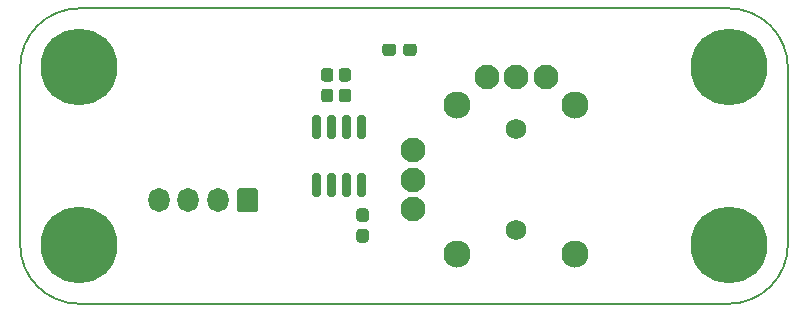
<source format=gbr>
%TF.GenerationSoftware,KiCad,Pcbnew,(5.1.6)-1*%
%TF.CreationDate,2021-04-13T16:40:33+02:00*%
%TF.ProjectId,11_Joystick,31315f4a-6f79-4737-9469-636b2e6b6963,rev?*%
%TF.SameCoordinates,Original*%
%TF.FileFunction,Soldermask,Top*%
%TF.FilePolarity,Negative*%
%FSLAX46Y46*%
G04 Gerber Fmt 4.6, Leading zero omitted, Abs format (unit mm)*
G04 Created by KiCad (PCBNEW (5.1.6)-1) date 2021-04-13 16:40:33*
%MOMM*%
%LPD*%
G01*
G04 APERTURE LIST*
%TA.AperFunction,Profile*%
%ADD10C,0.150000*%
%TD*%
%ADD11C,1.750000*%
%ADD12C,2.300000*%
%ADD13C,2.100000*%
%ADD14C,0.900000*%
%ADD15C,6.500000*%
%ADD16O,1.800000X2.050000*%
G04 APERTURE END LIST*
D10*
X140000000Y-130000000D02*
X195000000Y-130000000D01*
X195000000Y-130000000D02*
G75*
G02*
X200000000Y-135000000I0J-5000000D01*
G01*
X200000000Y-150000000D02*
G75*
G02*
X195000000Y-155000000I-5000000J0D01*
G01*
X140000000Y-155000000D02*
G75*
G02*
X135000000Y-150000000I0J5000000D01*
G01*
X135000000Y-135000000D02*
G75*
G02*
X140000000Y-130000000I5000000J0D01*
G01*
X135000000Y-150000000D02*
X135000000Y-135000000D01*
X195000000Y-155000000D02*
X140000000Y-155000000D01*
X200000000Y-135000000D02*
X200000000Y-150000000D01*
D11*
%TO.C,U2*%
X177000000Y-148800000D03*
X177000000Y-140200000D03*
D12*
X172000000Y-138175000D03*
X172000000Y-150825000D03*
X182000000Y-150825000D03*
X182000000Y-138175000D03*
D13*
X179500000Y-135770000D03*
X177000000Y-135770000D03*
X174500000Y-135770000D03*
X168270000Y-147000000D03*
X168270000Y-142000000D03*
X168270000Y-144500000D03*
%TD*%
D14*
%TO.C,H3*%
X196697056Y-148302944D03*
X195000000Y-147600000D03*
X193302944Y-148302944D03*
X192600000Y-150000000D03*
X193302944Y-151697056D03*
X195000000Y-152400000D03*
X196697056Y-151697056D03*
X197400000Y-150000000D03*
D15*
X195000000Y-150000000D03*
%TD*%
D14*
%TO.C,H1*%
X141697056Y-133302944D03*
X140000000Y-132600000D03*
X138302944Y-133302944D03*
X137600000Y-135000000D03*
X138302944Y-136697056D03*
X140000000Y-137400000D03*
X141697056Y-136697056D03*
X142400000Y-135000000D03*
D15*
X140000000Y-135000000D03*
%TD*%
D14*
%TO.C,H2*%
X196697056Y-133302944D03*
X195000000Y-132600000D03*
X193302944Y-133302944D03*
X192600000Y-135000000D03*
X193302944Y-136697056D03*
X195000000Y-137400000D03*
X196697056Y-136697056D03*
X197400000Y-135000000D03*
D15*
X195000000Y-135000000D03*
%TD*%
D14*
%TO.C,H4*%
X141697056Y-148302944D03*
X140000000Y-147600000D03*
X138302944Y-148302944D03*
X137600000Y-150000000D03*
X138302944Y-151697056D03*
X140000000Y-152400000D03*
X141697056Y-151697056D03*
X142400000Y-150000000D03*
D15*
X140000000Y-150000000D03*
%TD*%
%TO.C,C1*%
G36*
G01*
X161262500Y-137950000D02*
X160737500Y-137950000D01*
G75*
G02*
X160475000Y-137687500I0J262500D01*
G01*
X160475000Y-137062500D01*
G75*
G02*
X160737500Y-136800000I262500J0D01*
G01*
X161262500Y-136800000D01*
G75*
G02*
X161525000Y-137062500I0J-262500D01*
G01*
X161525000Y-137687500D01*
G75*
G02*
X161262500Y-137950000I-262500J0D01*
G01*
G37*
G36*
G01*
X161262500Y-136200000D02*
X160737500Y-136200000D01*
G75*
G02*
X160475000Y-135937500I0J262500D01*
G01*
X160475000Y-135312500D01*
G75*
G02*
X160737500Y-135050000I262500J0D01*
G01*
X161262500Y-135050000D01*
G75*
G02*
X161525000Y-135312500I0J-262500D01*
G01*
X161525000Y-135937500D01*
G75*
G02*
X161262500Y-136200000I-262500J0D01*
G01*
G37*
%TD*%
%TO.C,J1*%
G36*
G01*
X155150000Y-145489706D02*
X155150000Y-147010294D01*
G75*
G02*
X154885294Y-147275000I-264706J0D01*
G01*
X153614706Y-147275000D01*
G75*
G02*
X153350000Y-147010294I0J264706D01*
G01*
X153350000Y-145489706D01*
G75*
G02*
X153614706Y-145225000I264706J0D01*
G01*
X154885294Y-145225000D01*
G75*
G02*
X155150000Y-145489706I0J-264706D01*
G01*
G37*
D16*
X151750000Y-146250000D03*
X149250000Y-146250000D03*
X146750000Y-146250000D03*
%TD*%
%TO.C,R1*%
G36*
G01*
X162237500Y-135050000D02*
X162762500Y-135050000D01*
G75*
G02*
X163025000Y-135312500I0J-262500D01*
G01*
X163025000Y-135937500D01*
G75*
G02*
X162762500Y-136200000I-262500J0D01*
G01*
X162237500Y-136200000D01*
G75*
G02*
X161975000Y-135937500I0J262500D01*
G01*
X161975000Y-135312500D01*
G75*
G02*
X162237500Y-135050000I262500J0D01*
G01*
G37*
G36*
G01*
X162237500Y-136800000D02*
X162762500Y-136800000D01*
G75*
G02*
X163025000Y-137062500I0J-262500D01*
G01*
X163025000Y-137687500D01*
G75*
G02*
X162762500Y-137950000I-262500J0D01*
G01*
X162237500Y-137950000D01*
G75*
G02*
X161975000Y-137687500I0J262500D01*
G01*
X161975000Y-137062500D01*
G75*
G02*
X162237500Y-136800000I262500J0D01*
G01*
G37*
%TD*%
%TO.C,R2*%
G36*
G01*
X165675000Y-133762500D02*
X165675000Y-133237500D01*
G75*
G02*
X165937500Y-132975000I262500J0D01*
G01*
X166562500Y-132975000D01*
G75*
G02*
X166825000Y-133237500I0J-262500D01*
G01*
X166825000Y-133762500D01*
G75*
G02*
X166562500Y-134025000I-262500J0D01*
G01*
X165937500Y-134025000D01*
G75*
G02*
X165675000Y-133762500I0J262500D01*
G01*
G37*
G36*
G01*
X167425000Y-133762500D02*
X167425000Y-133237500D01*
G75*
G02*
X167687500Y-132975000I262500J0D01*
G01*
X168312500Y-132975000D01*
G75*
G02*
X168575000Y-133237500I0J-262500D01*
G01*
X168575000Y-133762500D01*
G75*
G02*
X168312500Y-134025000I-262500J0D01*
G01*
X167687500Y-134025000D01*
G75*
G02*
X167425000Y-133762500I0J262500D01*
G01*
G37*
%TD*%
%TO.C,R3*%
G36*
G01*
X164262500Y-148075000D02*
X163737500Y-148075000D01*
G75*
G02*
X163475000Y-147812500I0J262500D01*
G01*
X163475000Y-147187500D01*
G75*
G02*
X163737500Y-146925000I262500J0D01*
G01*
X164262500Y-146925000D01*
G75*
G02*
X164525000Y-147187500I0J-262500D01*
G01*
X164525000Y-147812500D01*
G75*
G02*
X164262500Y-148075000I-262500J0D01*
G01*
G37*
G36*
G01*
X164262500Y-149825000D02*
X163737500Y-149825000D01*
G75*
G02*
X163475000Y-149562500I0J262500D01*
G01*
X163475000Y-148937500D01*
G75*
G02*
X163737500Y-148675000I262500J0D01*
G01*
X164262500Y-148675000D01*
G75*
G02*
X164525000Y-148937500I0J-262500D01*
G01*
X164525000Y-149562500D01*
G75*
G02*
X164262500Y-149825000I-262500J0D01*
G01*
G37*
%TD*%
%TO.C,U1*%
G36*
G01*
X163730000Y-139000000D02*
X164080000Y-139000000D01*
G75*
G02*
X164255000Y-139175000I0J-175000D01*
G01*
X164255000Y-140875000D01*
G75*
G02*
X164080000Y-141050000I-175000J0D01*
G01*
X163730000Y-141050000D01*
G75*
G02*
X163555000Y-140875000I0J175000D01*
G01*
X163555000Y-139175000D01*
G75*
G02*
X163730000Y-139000000I175000J0D01*
G01*
G37*
G36*
G01*
X162460000Y-139000000D02*
X162810000Y-139000000D01*
G75*
G02*
X162985000Y-139175000I0J-175000D01*
G01*
X162985000Y-140875000D01*
G75*
G02*
X162810000Y-141050000I-175000J0D01*
G01*
X162460000Y-141050000D01*
G75*
G02*
X162285000Y-140875000I0J175000D01*
G01*
X162285000Y-139175000D01*
G75*
G02*
X162460000Y-139000000I175000J0D01*
G01*
G37*
G36*
G01*
X161190000Y-139000000D02*
X161540000Y-139000000D01*
G75*
G02*
X161715000Y-139175000I0J-175000D01*
G01*
X161715000Y-140875000D01*
G75*
G02*
X161540000Y-141050000I-175000J0D01*
G01*
X161190000Y-141050000D01*
G75*
G02*
X161015000Y-140875000I0J175000D01*
G01*
X161015000Y-139175000D01*
G75*
G02*
X161190000Y-139000000I175000J0D01*
G01*
G37*
G36*
G01*
X159920000Y-139000000D02*
X160270000Y-139000000D01*
G75*
G02*
X160445000Y-139175000I0J-175000D01*
G01*
X160445000Y-140875000D01*
G75*
G02*
X160270000Y-141050000I-175000J0D01*
G01*
X159920000Y-141050000D01*
G75*
G02*
X159745000Y-140875000I0J175000D01*
G01*
X159745000Y-139175000D01*
G75*
G02*
X159920000Y-139000000I175000J0D01*
G01*
G37*
G36*
G01*
X159920000Y-143950000D02*
X160270000Y-143950000D01*
G75*
G02*
X160445000Y-144125000I0J-175000D01*
G01*
X160445000Y-145825000D01*
G75*
G02*
X160270000Y-146000000I-175000J0D01*
G01*
X159920000Y-146000000D01*
G75*
G02*
X159745000Y-145825000I0J175000D01*
G01*
X159745000Y-144125000D01*
G75*
G02*
X159920000Y-143950000I175000J0D01*
G01*
G37*
G36*
G01*
X161190000Y-143950000D02*
X161540000Y-143950000D01*
G75*
G02*
X161715000Y-144125000I0J-175000D01*
G01*
X161715000Y-145825000D01*
G75*
G02*
X161540000Y-146000000I-175000J0D01*
G01*
X161190000Y-146000000D01*
G75*
G02*
X161015000Y-145825000I0J175000D01*
G01*
X161015000Y-144125000D01*
G75*
G02*
X161190000Y-143950000I175000J0D01*
G01*
G37*
G36*
G01*
X162460000Y-143950000D02*
X162810000Y-143950000D01*
G75*
G02*
X162985000Y-144125000I0J-175000D01*
G01*
X162985000Y-145825000D01*
G75*
G02*
X162810000Y-146000000I-175000J0D01*
G01*
X162460000Y-146000000D01*
G75*
G02*
X162285000Y-145825000I0J175000D01*
G01*
X162285000Y-144125000D01*
G75*
G02*
X162460000Y-143950000I175000J0D01*
G01*
G37*
G36*
G01*
X163730000Y-143950000D02*
X164080000Y-143950000D01*
G75*
G02*
X164255000Y-144125000I0J-175000D01*
G01*
X164255000Y-145825000D01*
G75*
G02*
X164080000Y-146000000I-175000J0D01*
G01*
X163730000Y-146000000D01*
G75*
G02*
X163555000Y-145825000I0J175000D01*
G01*
X163555000Y-144125000D01*
G75*
G02*
X163730000Y-143950000I175000J0D01*
G01*
G37*
%TD*%
M02*

</source>
